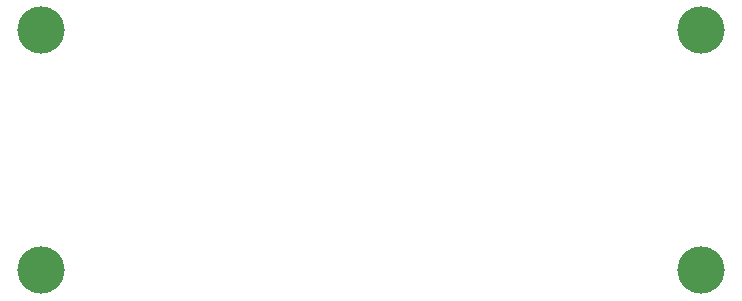
<source format=gbr>
G04 #@! TF.GenerationSoftware,KiCad,Pcbnew,(5.0.2)-1*
G04 #@! TF.CreationDate,2020-05-24T20:53:20+05:30*
G04 #@! TF.ProjectId,555 Timer LED Flasher,35353520-5469-46d6-9572-204c45442046,V1.0*
G04 #@! TF.SameCoordinates,Original*
G04 #@! TF.FileFunction,Copper,L2,Bot*
G04 #@! TF.FilePolarity,Positive*
%FSLAX46Y46*%
G04 Gerber Fmt 4.6, Leading zero omitted, Abs format (unit mm)*
G04 Created by KiCad (PCBNEW (5.0.2)-1) date 05/24/20 20:53:20*
%MOMM*%
%LPD*%
G01*
G04 APERTURE LIST*
G04 #@! TA.AperFunction,ViaPad*
%ADD10C,4.000000*%
G04 #@! TD*
G04 APERTURE END LIST*
D10*
G04 #@! TO.N,*
X175756979Y-109510983D03*
X175756979Y-89190983D03*
X119876979Y-89190983D03*
X119876979Y-109510983D03*
G04 #@! TD*
M02*

</source>
